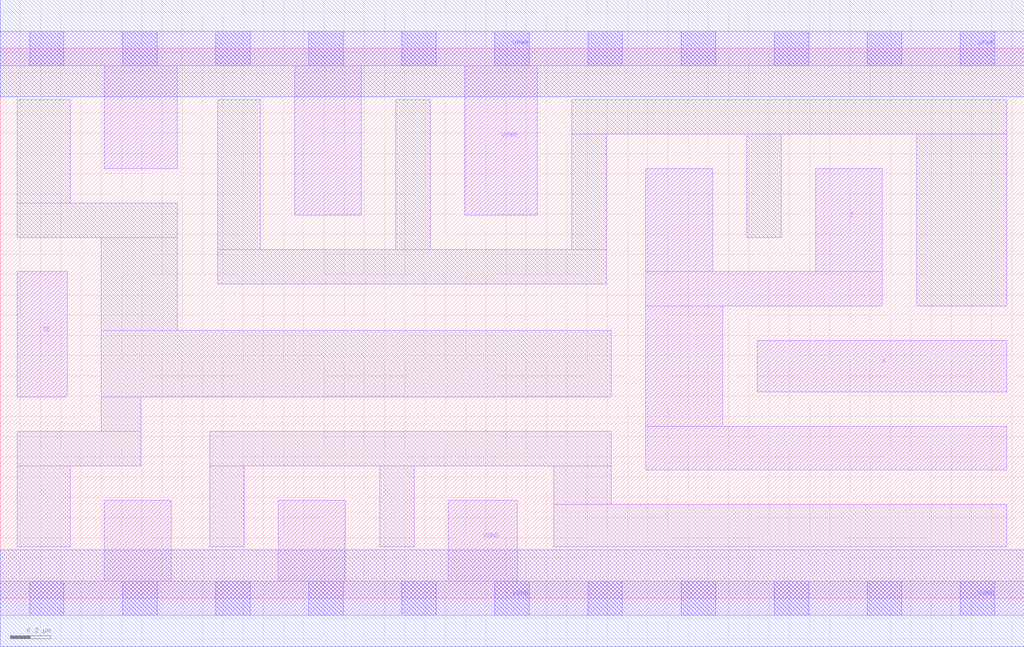
<source format=lef>
# Copyright 2020 The SkyWater PDK Authors
#
# Licensed under the Apache License, Version 2.0 (the "License");
# you may not use this file except in compliance with the License.
# You may obtain a copy of the License at
#
#     https://www.apache.org/licenses/LICENSE-2.0
#
# Unless required by applicable law or agreed to in writing, software
# distributed under the License is distributed on an "AS IS" BASIS,
# WITHOUT WARRANTIES OR CONDITIONS OF ANY KIND, either express or implied.
# See the License for the specific language governing permissions and
# limitations under the License.
#
# SPDX-License-Identifier: Apache-2.0

VERSION 5.7 ;
  NAMESCASESENSITIVE ON ;
  NOWIREEXTENSIONATPIN ON ;
  DIVIDERCHAR "/" ;
  BUSBITCHARS "[]" ;
UNITS
  DATABASE MICRONS 200 ;
END UNITS
MACRO sky130_fd_sc_hd__einvp_4
  CLASS CORE ;
  SOURCE USER ;
  FOREIGN sky130_fd_sc_hd__einvp_4 ;
  ORIGIN  0.000000  0.000000 ;
  SIZE  5.060000 BY  2.720000 ;
  SYMMETRY X Y R90 ;
  SITE unithd ;
  PIN A
    ANTENNAGATEAREA  0.990000 ;
    DIRECTION INPUT ;
    USE SIGNAL ;
    PORT
      LAYER li1 ;
        RECT 3.740000 1.020000 4.975000 1.275000 ;
    END
  END A
  PIN TE
    ANTENNAGATEAREA  0.637500 ;
    DIRECTION INPUT ;
    USE SIGNAL ;
    PORT
      LAYER li1 ;
        RECT 0.085000 0.995000 0.330000 1.615000 ;
    END
  END TE
  PIN Z
    ANTENNADIFFAREA  0.891000 ;
    DIRECTION OUTPUT ;
    USE SIGNAL ;
    PORT
      LAYER li1 ;
        RECT 3.190000 0.635000 4.975000 0.850000 ;
        RECT 3.190000 0.850000 3.570000 1.445000 ;
        RECT 3.190000 1.445000 4.360000 1.615000 ;
        RECT 3.190000 1.615000 3.520000 2.125000 ;
        RECT 4.030000 1.615000 4.360000 2.125000 ;
    END
  END Z
  PIN VGND
    DIRECTION INOUT ;
    SHAPE ABUTMENT ;
    USE GROUND ;
    PORT
      LAYER li1 ;
        RECT 0.000000 -0.085000 5.060000 0.085000 ;
        RECT 0.515000  0.085000 0.845000 0.485000 ;
        RECT 1.375000  0.085000 1.705000 0.485000 ;
        RECT 2.215000  0.085000 2.555000 0.485000 ;
      LAYER mcon ;
        RECT 0.145000 -0.085000 0.315000 0.085000 ;
        RECT 0.605000 -0.085000 0.775000 0.085000 ;
        RECT 1.065000 -0.085000 1.235000 0.085000 ;
        RECT 1.525000 -0.085000 1.695000 0.085000 ;
        RECT 1.985000 -0.085000 2.155000 0.085000 ;
        RECT 2.445000 -0.085000 2.615000 0.085000 ;
        RECT 2.905000 -0.085000 3.075000 0.085000 ;
        RECT 3.365000 -0.085000 3.535000 0.085000 ;
        RECT 3.825000 -0.085000 3.995000 0.085000 ;
        RECT 4.285000 -0.085000 4.455000 0.085000 ;
        RECT 4.745000 -0.085000 4.915000 0.085000 ;
      LAYER met1 ;
        RECT 0.000000 -0.240000 5.060000 0.240000 ;
    END
  END VGND
  PIN VPWR
    DIRECTION INOUT ;
    SHAPE ABUTMENT ;
    USE POWER ;
    PORT
      LAYER li1 ;
        RECT 0.000000 2.635000 5.060000 2.805000 ;
        RECT 0.515000 2.125000 0.875000 2.635000 ;
        RECT 1.455000 1.895000 1.785000 2.635000 ;
        RECT 2.295000 1.895000 2.655000 2.635000 ;
      LAYER mcon ;
        RECT 0.145000 2.635000 0.315000 2.805000 ;
        RECT 0.605000 2.635000 0.775000 2.805000 ;
        RECT 1.065000 2.635000 1.235000 2.805000 ;
        RECT 1.525000 2.635000 1.695000 2.805000 ;
        RECT 1.985000 2.635000 2.155000 2.805000 ;
        RECT 2.445000 2.635000 2.615000 2.805000 ;
        RECT 2.905000 2.635000 3.075000 2.805000 ;
        RECT 3.365000 2.635000 3.535000 2.805000 ;
        RECT 3.825000 2.635000 3.995000 2.805000 ;
        RECT 4.285000 2.635000 4.455000 2.805000 ;
        RECT 4.745000 2.635000 4.915000 2.805000 ;
      LAYER met1 ;
        RECT 0.000000 2.480000 5.060000 2.960000 ;
    END
  END VPWR
  OBS
    LAYER li1 ;
      RECT 0.085000 0.255000 0.345000 0.655000 ;
      RECT 0.085000 0.655000 0.695000 0.825000 ;
      RECT 0.085000 1.785000 0.875000 1.955000 ;
      RECT 0.085000 1.955000 0.345000 2.465000 ;
      RECT 0.500000 0.825000 0.695000 0.995000 ;
      RECT 0.500000 0.995000 3.020000 1.325000 ;
      RECT 0.500000 1.325000 0.875000 1.785000 ;
      RECT 1.035000 0.255000 1.205000 0.655000 ;
      RECT 1.035000 0.655000 3.020000 0.825000 ;
      RECT 1.075000 1.555000 2.995000 1.725000 ;
      RECT 1.075000 1.725000 1.285000 2.465000 ;
      RECT 1.875000 0.255000 2.045000 0.655000 ;
      RECT 1.955000 1.725000 2.125000 2.465000 ;
      RECT 2.735000 0.255000 4.975000 0.465000 ;
      RECT 2.735000 0.465000 3.020000 0.655000 ;
      RECT 2.825000 1.725000 2.995000 2.295000 ;
      RECT 2.825000 2.295000 4.975000 2.465000 ;
      RECT 3.690000 1.785000 3.860000 2.295000 ;
      RECT 4.530000 1.445000 4.975000 2.295000 ;
  END
END sky130_fd_sc_hd__einvp_4

</source>
